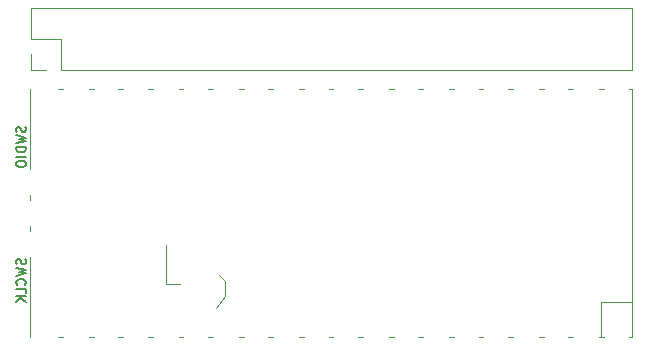
<source format=gbr>
%TF.GenerationSoftware,KiCad,Pcbnew,8.0.4*%
%TF.CreationDate,2024-10-10T14:53:49+07:00*%
%TF.ProjectId,ADC_pHAT_AFE,4144435f-7048-4415-945f-4146452e6b69,rev?*%
%TF.SameCoordinates,PX5cbead0PY5705d50*%
%TF.FileFunction,Legend,Bot*%
%TF.FilePolarity,Positive*%
%FSLAX46Y46*%
G04 Gerber Fmt 4.6, Leading zero omitted, Abs format (unit mm)*
G04 Created by KiCad (PCBNEW 8.0.4) date 2024-10-10 14:53:49*
%MOMM*%
%LPD*%
G01*
G04 APERTURE LIST*
%ADD10C,0.100000*%
%ADD11C,0.150000*%
%ADD12C,0.120000*%
G04 APERTURE END LIST*
D10*
X22750000Y4000000D02*
X23500000Y5000000D01*
X18500000Y6000000D02*
X18500000Y9250000D01*
X23500000Y5000000D02*
X23500000Y6250000D01*
X23500000Y6250000D02*
X23000000Y6750000D01*
X19750000Y6000000D02*
X18500000Y6000000D01*
D11*
X6624200Y8109525D02*
X6662295Y7995239D01*
X6662295Y7995239D02*
X6662295Y7804763D01*
X6662295Y7804763D02*
X6624200Y7728572D01*
X6624200Y7728572D02*
X6586104Y7690477D01*
X6586104Y7690477D02*
X6509914Y7652382D01*
X6509914Y7652382D02*
X6433723Y7652382D01*
X6433723Y7652382D02*
X6357533Y7690477D01*
X6357533Y7690477D02*
X6319438Y7728572D01*
X6319438Y7728572D02*
X6281342Y7804763D01*
X6281342Y7804763D02*
X6243247Y7957144D01*
X6243247Y7957144D02*
X6205152Y8033334D01*
X6205152Y8033334D02*
X6167057Y8071429D01*
X6167057Y8071429D02*
X6090866Y8109525D01*
X6090866Y8109525D02*
X6014676Y8109525D01*
X6014676Y8109525D02*
X5938485Y8071429D01*
X5938485Y8071429D02*
X5900390Y8033334D01*
X5900390Y8033334D02*
X5862295Y7957144D01*
X5862295Y7957144D02*
X5862295Y7766667D01*
X5862295Y7766667D02*
X5900390Y7652382D01*
X5862295Y7385715D02*
X6662295Y7195239D01*
X6662295Y7195239D02*
X6090866Y7042858D01*
X6090866Y7042858D02*
X6662295Y6890477D01*
X6662295Y6890477D02*
X5862295Y6700000D01*
X6586104Y5938095D02*
X6624200Y5976191D01*
X6624200Y5976191D02*
X6662295Y6090476D01*
X6662295Y6090476D02*
X6662295Y6166667D01*
X6662295Y6166667D02*
X6624200Y6280953D01*
X6624200Y6280953D02*
X6548009Y6357143D01*
X6548009Y6357143D02*
X6471819Y6395238D01*
X6471819Y6395238D02*
X6319438Y6433334D01*
X6319438Y6433334D02*
X6205152Y6433334D01*
X6205152Y6433334D02*
X6052771Y6395238D01*
X6052771Y6395238D02*
X5976580Y6357143D01*
X5976580Y6357143D02*
X5900390Y6280953D01*
X5900390Y6280953D02*
X5862295Y6166667D01*
X5862295Y6166667D02*
X5862295Y6090476D01*
X5862295Y6090476D02*
X5900390Y5976191D01*
X5900390Y5976191D02*
X5938485Y5938095D01*
X6662295Y5214286D02*
X6662295Y5595238D01*
X6662295Y5595238D02*
X5862295Y5595238D01*
X6662295Y4947619D02*
X5862295Y4947619D01*
X6662295Y4490476D02*
X6205152Y4833334D01*
X5862295Y4490476D02*
X6319438Y4947619D01*
X6624200Y19295239D02*
X6662295Y19180953D01*
X6662295Y19180953D02*
X6662295Y18990477D01*
X6662295Y18990477D02*
X6624200Y18914286D01*
X6624200Y18914286D02*
X6586104Y18876191D01*
X6586104Y18876191D02*
X6509914Y18838096D01*
X6509914Y18838096D02*
X6433723Y18838096D01*
X6433723Y18838096D02*
X6357533Y18876191D01*
X6357533Y18876191D02*
X6319438Y18914286D01*
X6319438Y18914286D02*
X6281342Y18990477D01*
X6281342Y18990477D02*
X6243247Y19142858D01*
X6243247Y19142858D02*
X6205152Y19219048D01*
X6205152Y19219048D02*
X6167057Y19257143D01*
X6167057Y19257143D02*
X6090866Y19295239D01*
X6090866Y19295239D02*
X6014676Y19295239D01*
X6014676Y19295239D02*
X5938485Y19257143D01*
X5938485Y19257143D02*
X5900390Y19219048D01*
X5900390Y19219048D02*
X5862295Y19142858D01*
X5862295Y19142858D02*
X5862295Y18952381D01*
X5862295Y18952381D02*
X5900390Y18838096D01*
X5862295Y18571429D02*
X6662295Y18380953D01*
X6662295Y18380953D02*
X6090866Y18228572D01*
X6090866Y18228572D02*
X6662295Y18076191D01*
X6662295Y18076191D02*
X5862295Y17885714D01*
X6662295Y17580952D02*
X5862295Y17580952D01*
X5862295Y17580952D02*
X5862295Y17390476D01*
X5862295Y17390476D02*
X5900390Y17276190D01*
X5900390Y17276190D02*
X5976580Y17200000D01*
X5976580Y17200000D02*
X6052771Y17161905D01*
X6052771Y17161905D02*
X6205152Y17123809D01*
X6205152Y17123809D02*
X6319438Y17123809D01*
X6319438Y17123809D02*
X6471819Y17161905D01*
X6471819Y17161905D02*
X6548009Y17200000D01*
X6548009Y17200000D02*
X6624200Y17276190D01*
X6624200Y17276190D02*
X6662295Y17390476D01*
X6662295Y17390476D02*
X6662295Y17580952D01*
X6662295Y16780952D02*
X5862295Y16780952D01*
X5862295Y16247619D02*
X5862295Y16095238D01*
X5862295Y16095238D02*
X5900390Y16019048D01*
X5900390Y16019048D02*
X5976580Y15942857D01*
X5976580Y15942857D02*
X6128961Y15904762D01*
X6128961Y15904762D02*
X6395628Y15904762D01*
X6395628Y15904762D02*
X6548009Y15942857D01*
X6548009Y15942857D02*
X6624200Y16019048D01*
X6624200Y16019048D02*
X6662295Y16095238D01*
X6662295Y16095238D02*
X6662295Y16247619D01*
X6662295Y16247619D02*
X6624200Y16323810D01*
X6624200Y16323810D02*
X6548009Y16400000D01*
X6548009Y16400000D02*
X6395628Y16438096D01*
X6395628Y16438096D02*
X6128961Y16438096D01*
X6128961Y16438096D02*
X5976580Y16400000D01*
X5976580Y16400000D02*
X5900390Y16323810D01*
X5900390Y16323810D02*
X5862295Y16247619D01*
D12*
%TO.C,J2*%
X7070000Y26730000D02*
X7070000Y29330000D01*
X7070000Y24130000D02*
X7070000Y25460000D01*
X8400000Y24130000D02*
X7070000Y24130000D01*
X9670000Y26730000D02*
X7070000Y26730000D01*
X9670000Y24130000D02*
X9670000Y26730000D01*
X57990000Y29330000D02*
X7070000Y29330000D01*
X57990000Y24130000D02*
X9670000Y24130000D01*
X57990000Y24130000D02*
X57990000Y29330000D01*
%TO.C,U1*%
X7000000Y15700000D02*
X7000000Y22500000D01*
X7000000Y13500000D02*
X7000000Y13100000D01*
X7000000Y10900000D02*
X7000000Y10500000D01*
X7000000Y1500000D02*
X7000000Y8300000D01*
X9400000Y22500000D02*
X9800000Y22500000D01*
X9400000Y1500000D02*
X9800000Y1500000D01*
X12000000Y22500000D02*
X12400000Y22500000D01*
X12000000Y1500000D02*
X12400000Y1500000D01*
X14500000Y22500000D02*
X14900000Y22500000D01*
X14500000Y1500000D02*
X14900000Y1500000D01*
X17000000Y22500000D02*
X17400000Y22500000D01*
X17000000Y1500000D02*
X17400000Y1500000D01*
X19600000Y22500000D02*
X20000000Y22500000D01*
X19600000Y1500000D02*
X20000000Y1500000D01*
X22100000Y22500000D02*
X22500000Y22500000D01*
X22100000Y1500000D02*
X22500000Y1500000D01*
X24700000Y22500000D02*
X25100000Y22500000D01*
X24700000Y1500000D02*
X25100000Y1500000D01*
X27200000Y22500000D02*
X27600000Y22500000D01*
X27200000Y1500000D02*
X27600000Y1500000D01*
X29800000Y22500000D02*
X30200000Y22500000D01*
X29800000Y1500000D02*
X30200000Y1500000D01*
X32300000Y22500000D02*
X32700000Y22500000D01*
X32300000Y1500000D02*
X32700000Y1500000D01*
X34800000Y22500000D02*
X35200000Y22500000D01*
X34800000Y1500000D02*
X35200000Y1500000D01*
X37400000Y22500000D02*
X37800000Y22500000D01*
X37400000Y1500000D02*
X37800000Y1500000D01*
X39900000Y22500000D02*
X40300000Y22500000D01*
X39900000Y1500000D02*
X40300000Y1500000D01*
X42500000Y22500000D02*
X42900000Y22500000D01*
X42500000Y1500000D02*
X42900000Y1500000D01*
X45000000Y22500000D02*
X45400000Y22500000D01*
X45000000Y1500000D02*
X45400000Y1500000D01*
X47500000Y22500000D02*
X47900000Y22500000D01*
X47500000Y1500000D02*
X47900000Y1500000D01*
X50100000Y22500000D02*
X50500000Y22500000D01*
X50100000Y1500000D02*
X50500000Y1500000D01*
X52600000Y22500000D02*
X53000000Y22500000D01*
X52600000Y1500000D02*
X53000000Y1500000D01*
X55200000Y22500000D02*
X55600000Y22500000D01*
X55200000Y1500000D02*
X55600000Y1500000D01*
X55333000Y4507000D02*
X55333000Y1500000D01*
X57700000Y22500000D02*
X58000000Y22500000D01*
X57700000Y1500000D02*
X58000000Y1500000D01*
X58000000Y22500000D02*
X58000000Y1500000D01*
X58000000Y4507000D02*
X55333000Y4507000D01*
%TD*%
M02*

</source>
